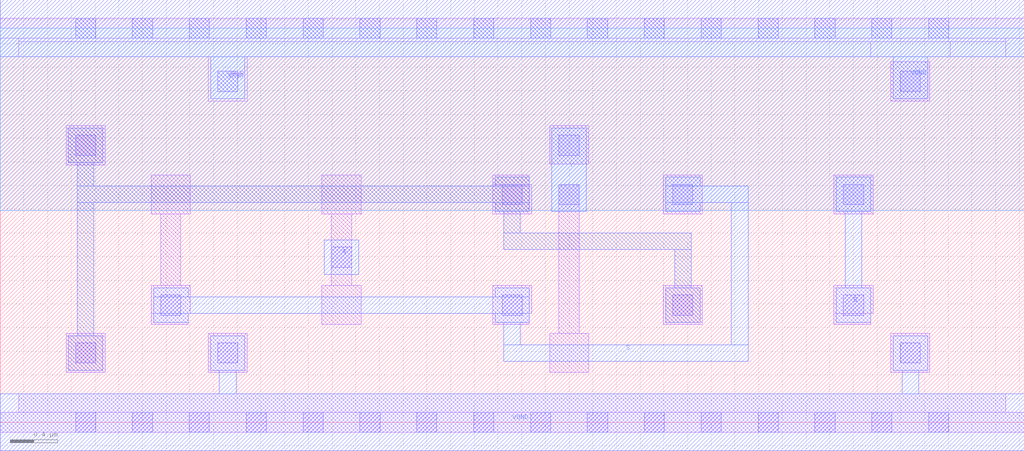
<source format=lef>
VERSION 5.7 ;
  NOWIREEXTENSIONATPIN ON ;
  DIVIDERCHAR "/" ;
  BUSBITCHARS "[]" ;
MACRO MUX2X1
  CLASS CORE ;
  FOREIGN MUX2X1 ;
  ORIGIN 0.000 0.000 ;
  SIZE 8.640 BY 3.330 ;
  SYMMETRY X Y ;
  SITE unit ;
  PIN A
    ANTENNAGATEAREA 0.189000 ;
    PORT
      LAYER met1 ;
        RECT 2.735 1.250 3.025 1.540 ;
    END
  END A
  PIN B
    ANTENNAGATEAREA 0.189000 ;
    PORT
      LAYER met1 ;
        RECT 7.055 1.780 7.345 2.070 ;
        RECT 7.130 1.135 7.270 1.780 ;
        RECT 7.055 0.845 7.345 1.135 ;
    END
  END B
  PIN S
    ANTENNAGATEAREA 0.378000 ;
    PORT
      LAYER met1 ;
        RECT 5.615 1.995 5.905 2.070 ;
        RECT 5.615 1.855 6.310 1.995 ;
        RECT 5.615 1.780 5.905 1.855 ;
        RECT 1.295 1.060 1.585 1.135 ;
        RECT 4.175 1.060 4.465 1.135 ;
        RECT 1.295 0.920 4.465 1.060 ;
        RECT 1.295 0.845 1.585 0.920 ;
        RECT 4.175 0.845 4.465 0.920 ;
        RECT 4.250 0.655 4.390 0.845 ;
        RECT 6.170 0.655 6.310 1.855 ;
        RECT 4.250 0.515 6.310 0.655 ;
    END
  END S
  PIN VGND
    ANTENNADIFFAREA 0.914200 ;
    PORT
      LAYER met1 ;
        RECT 1.775 0.440 2.065 0.730 ;
        RECT 7.535 0.440 7.825 0.730 ;
        RECT 1.850 0.240 1.990 0.440 ;
        RECT 7.610 0.240 7.750 0.440 ;
        RECT 0.000 -0.240 8.640 0.240 ;
    END
    PORT
      LAYER met1 ;
        RECT 0.000 3.090 8.640 3.570 ;
        RECT 1.775 2.735 2.065 3.090 ;
        RECT 7.535 2.735 7.825 3.090 ;
    END
  END VGND
  PIN VPWR
    ANTENNADIFFAREA 1.083600 ;
    PORT
      LAYER li1 ;
        RECT 0.000 3.245 8.640 3.415 ;
        RECT 0.155 3.215 8.485 3.245 ;
        RECT 0.155 3.090 7.345 3.215 ;
        RECT 8.015 3.090 8.485 3.215 ;
        RECT 1.755 2.715 2.085 3.090 ;
      LAYER mcon ;
        RECT 0.635 3.245 0.805 3.415 ;
        RECT 1.115 3.245 1.285 3.415 ;
        RECT 1.595 3.245 1.765 3.415 ;
        RECT 2.075 3.245 2.245 3.415 ;
        RECT 2.555 3.245 2.725 3.415 ;
        RECT 3.035 3.245 3.205 3.415 ;
        RECT 3.515 3.245 3.685 3.415 ;
        RECT 3.995 3.245 4.165 3.415 ;
        RECT 4.475 3.245 4.645 3.415 ;
        RECT 4.955 3.245 5.125 3.415 ;
        RECT 5.435 3.245 5.605 3.415 ;
        RECT 5.915 3.245 6.085 3.415 ;
        RECT 6.395 3.245 6.565 3.415 ;
        RECT 6.875 3.245 7.045 3.415 ;
        RECT 7.355 3.245 7.525 3.415 ;
        RECT 7.835 3.245 8.005 3.415 ;
        RECT 1.835 2.795 2.005 2.965 ;
    END
  END VPWR
  PIN Y
    ANTENNADIFFAREA 1.661650 ;
    PORT
      LAYER met1 ;
        RECT 4.655 1.780 4.945 2.485 ;
    END
  END Y
  OBS
      LAYER nwell ;
        RECT 0.000 1.790 8.640 3.330 ;
      LAYER li1 ;
        RECT 7.515 2.715 7.845 3.045 ;
        RECT 0.555 2.175 0.885 2.505 ;
        RECT 4.635 2.180 4.965 2.505 ;
        RECT 1.275 1.760 1.605 2.090 ;
        RECT 2.715 1.760 3.045 2.090 ;
        RECT 4.155 2.010 4.465 2.090 ;
        RECT 4.155 1.760 4.485 2.010 ;
        RECT 1.355 1.155 1.525 1.760 ;
        RECT 2.795 1.155 2.965 1.760 ;
        RECT 1.275 0.920 1.605 1.155 ;
        RECT 1.275 0.825 1.585 0.920 ;
        RECT 2.715 0.825 3.045 1.155 ;
        RECT 4.155 0.920 4.485 1.155 ;
        RECT 4.155 0.825 4.465 0.920 ;
        RECT 4.715 0.750 4.885 2.010 ;
        RECT 5.595 1.760 5.925 2.090 ;
        RECT 7.035 1.760 7.365 2.090 ;
        RECT 5.595 0.825 5.925 1.155 ;
        RECT 7.035 0.920 7.365 1.155 ;
        RECT 7.035 0.825 7.345 0.920 ;
        RECT 0.555 0.420 0.885 0.750 ;
        RECT 1.755 0.420 2.085 0.750 ;
        RECT 4.635 0.420 4.965 0.750 ;
        RECT 7.515 0.420 7.845 0.750 ;
        RECT 0.155 0.085 8.485 0.240 ;
        RECT 0.000 -0.085 8.640 0.085 ;
      LAYER mcon ;
        RECT 7.595 2.795 7.765 2.965 ;
        RECT 0.635 2.255 0.805 2.425 ;
        RECT 4.715 2.255 4.885 2.425 ;
        RECT 4.235 1.840 4.405 2.010 ;
        RECT 4.715 1.840 4.885 2.010 ;
        RECT 2.795 1.310 2.965 1.480 ;
        RECT 1.355 0.905 1.525 1.075 ;
        RECT 4.235 0.905 4.405 1.075 ;
        RECT 5.675 1.840 5.845 2.010 ;
        RECT 7.115 1.840 7.285 2.010 ;
        RECT 5.675 0.905 5.845 1.075 ;
        RECT 7.115 0.905 7.285 1.075 ;
        RECT 0.635 0.500 0.805 0.670 ;
        RECT 1.835 0.500 2.005 0.670 ;
        RECT 7.595 0.500 7.765 0.670 ;
        RECT 0.635 -0.085 0.805 0.085 ;
        RECT 1.115 -0.085 1.285 0.085 ;
        RECT 1.595 -0.085 1.765 0.085 ;
        RECT 2.075 -0.085 2.245 0.085 ;
        RECT 2.555 -0.085 2.725 0.085 ;
        RECT 3.035 -0.085 3.205 0.085 ;
        RECT 3.515 -0.085 3.685 0.085 ;
        RECT 3.995 -0.085 4.165 0.085 ;
        RECT 4.475 -0.085 4.645 0.085 ;
        RECT 4.955 -0.085 5.125 0.085 ;
        RECT 5.435 -0.085 5.605 0.085 ;
        RECT 5.915 -0.085 6.085 0.085 ;
        RECT 6.395 -0.085 6.565 0.085 ;
        RECT 6.875 -0.085 7.045 0.085 ;
        RECT 7.355 -0.085 7.525 0.085 ;
        RECT 7.835 -0.085 8.005 0.085 ;
      LAYER met1 ;
        RECT 0.575 2.195 0.865 2.485 ;
        RECT 0.650 1.995 0.790 2.195 ;
        RECT 4.175 1.995 4.465 2.070 ;
        RECT 0.650 1.855 4.465 1.995 ;
        RECT 0.650 0.730 0.790 1.855 ;
        RECT 4.175 1.780 4.465 1.855 ;
        RECT 4.250 1.600 4.390 1.780 ;
        RECT 4.250 1.460 5.830 1.600 ;
        RECT 5.690 1.135 5.830 1.460 ;
        RECT 5.615 0.845 5.905 1.135 ;
        RECT 0.575 0.440 0.865 0.730 ;
  END
END MUX2X1
END LIBRARY


</source>
